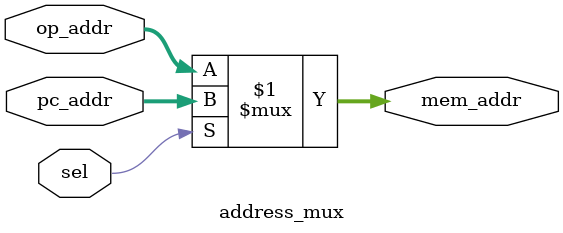
<source format=v>
module address_mux #(
    parameter ADDR_WIDTH = 5  // Default address width is 5 bits
)(
    input wire sel,                       // Select signal: 1 for PC, 0 for operand address
    input wire [ADDR_WIDTH-1:0] pc_addr,  // Address from Program Counter
    input wire [ADDR_WIDTH-1:0] op_addr,  // Operand address from instruction
    output wire [ADDR_WIDTH-1:0] mem_addr // Address output to memory
);

    // Multiplex between PC address and operand address
    assign mem_addr = sel ? pc_addr : op_addr;
    
endmodule 
</source>
